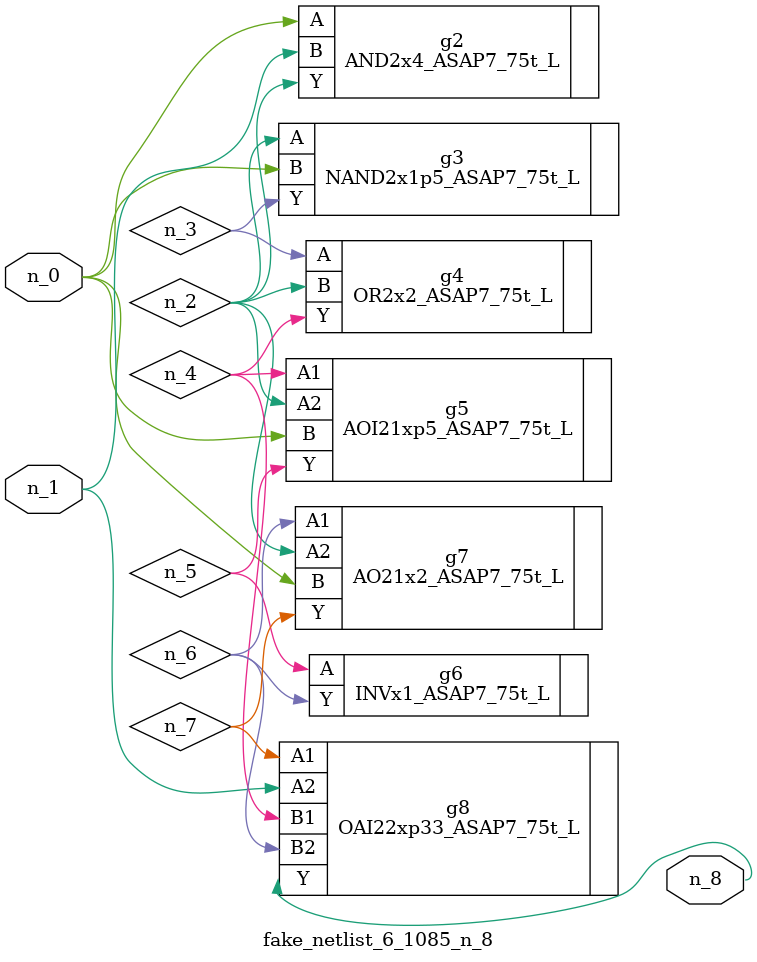
<source format=v>
module fake_netlist_6_1085_n_8 (n_1, n_0, n_8);

input n_1;
input n_0;

output n_8;

wire n_7;
wire n_6;
wire n_4;
wire n_2;
wire n_3;
wire n_5;

AND2x4_ASAP7_75t_L g2 ( 
.A(n_0),
.B(n_1),
.Y(n_2)
);

NAND2x1p5_ASAP7_75t_L g3 ( 
.A(n_2),
.B(n_0),
.Y(n_3)
);

OR2x2_ASAP7_75t_L g4 ( 
.A(n_3),
.B(n_2),
.Y(n_4)
);

AOI21xp5_ASAP7_75t_L g5 ( 
.A1(n_4),
.A2(n_2),
.B(n_0),
.Y(n_5)
);

INVx1_ASAP7_75t_L g6 ( 
.A(n_5),
.Y(n_6)
);

AO21x2_ASAP7_75t_L g7 ( 
.A1(n_6),
.A2(n_2),
.B(n_0),
.Y(n_7)
);

OAI22xp33_ASAP7_75t_L g8 ( 
.A1(n_7),
.A2(n_1),
.B1(n_4),
.B2(n_6),
.Y(n_8)
);


endmodule
</source>
